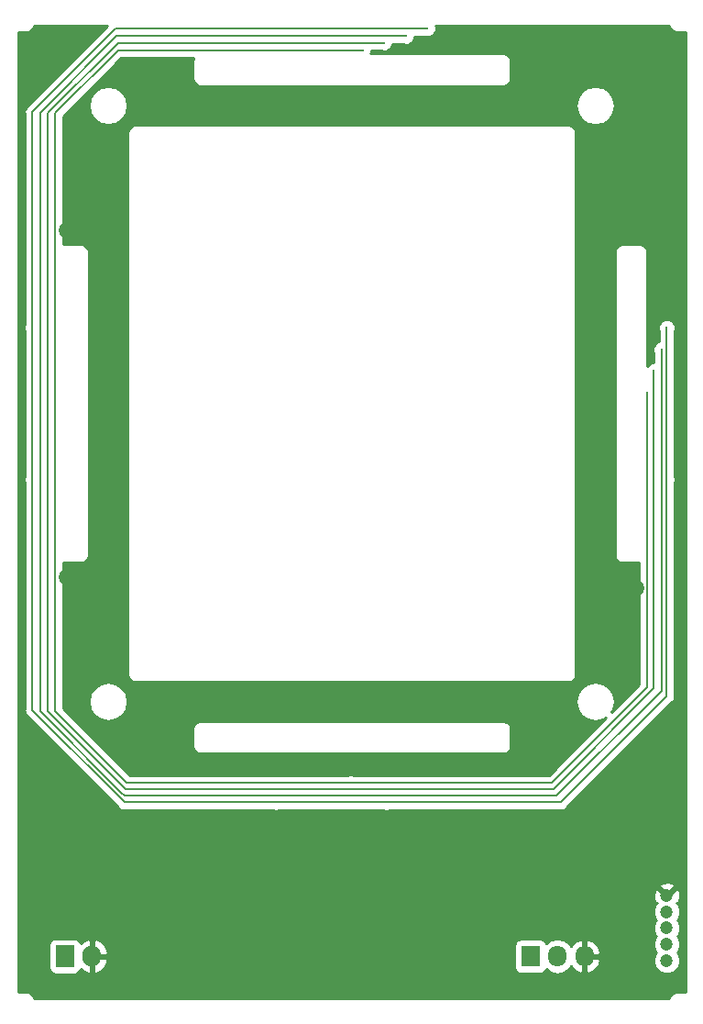
<source format=gbl>
G04 #@! TF.GenerationSoftware,KiCad,Pcbnew,(5.0.0)*
G04 #@! TF.CreationDate,2018-11-23T13:42:35+09:00*
G04 #@! TF.ProjectId,LED_hachune_1,4C45445F68616368756E655F312E6B69,rev?*
G04 #@! TF.SameCoordinates,Original*
G04 #@! TF.FileFunction,Copper,L2,Bot,Signal*
G04 #@! TF.FilePolarity,Positive*
%FSLAX46Y46*%
G04 Gerber Fmt 4.6, Leading zero omitted, Abs format (unit mm)*
G04 Created by KiCad (PCBNEW (5.0.0)) date 11/23/18 13:42:35*
%MOMM*%
%LPD*%
G01*
G04 APERTURE LIST*
G04 #@! TA.AperFunction,ComponentPad*
%ADD10R,1.700000X2.000000*%
G04 #@! TD*
G04 #@! TA.AperFunction,ComponentPad*
%ADD11O,1.700000X2.000000*%
G04 #@! TD*
G04 #@! TA.AperFunction,ComponentPad*
%ADD12R,1.700000X1.950000*%
G04 #@! TD*
G04 #@! TA.AperFunction,ComponentPad*
%ADD13O,1.700000X1.950000*%
G04 #@! TD*
G04 #@! TA.AperFunction,ComponentPad*
%ADD14C,1.200000*%
G04 #@! TD*
G04 #@! TA.AperFunction,ViaPad*
%ADD15C,1.500000*%
G04 #@! TD*
G04 #@! TA.AperFunction,ViaPad*
%ADD16C,0.300000*%
G04 #@! TD*
G04 #@! TA.AperFunction,Conductor*
%ADD17C,0.200000*%
G04 #@! TD*
G04 #@! TA.AperFunction,Conductor*
%ADD18C,0.254000*%
G04 #@! TD*
G04 APERTURE END LIST*
D10*
G04 #@! TO.P,J1,1*
G04 #@! TO.N,+BATT*
X54500000Y-136000000D03*
D11*
G04 #@! TO.P,J1,2*
G04 #@! TO.N,GND*
X57000000Y-136000000D03*
G04 #@! TD*
D12*
G04 #@! TO.P,J2,1*
G04 #@! TO.N,/SCL*
X97500000Y-136000000D03*
D13*
G04 #@! TO.P,J2,2*
G04 #@! TO.N,/SDA*
X100000000Y-136000000D03*
G04 #@! TO.P,J2,3*
G04 #@! TO.N,GND*
X102500000Y-136000000D03*
G04 #@! TD*
D14*
G04 #@! TO.P,J3,1*
G04 #@! TO.N,/TX*
X110100000Y-136400000D03*
G04 #@! TO.P,J3,2*
G04 #@! TO.N,/RX*
X110100000Y-134900000D03*
G04 #@! TO.P,J3,3*
G04 #@! TO.N,/SWCLK*
X110100000Y-133400000D03*
G04 #@! TO.P,J3,4*
G04 #@! TO.N,/SWDIO*
X110100000Y-131900000D03*
G04 #@! TO.P,J3,5*
G04 #@! TO.N,GND*
X110100000Y-130400000D03*
G04 #@! TD*
D15*
G04 #@! TO.N,GND*
X54653200Y-69000000D03*
X54653200Y-101000000D03*
X64500000Y-116000000D03*
X97500000Y-116000000D03*
X107246800Y-102000000D03*
X107500000Y-68000000D03*
X97500000Y-54000000D03*
X64500000Y-54000000D03*
D16*
G04 #@! TO.N,/LED_0*
X84178200Y-121800000D03*
X88000000Y-50400000D03*
X74000000Y-50400000D03*
X51500000Y-78000000D03*
X51500000Y-92000000D03*
X74000000Y-121800000D03*
X110100000Y-78000000D03*
X110100000Y-92000000D03*
G04 #@! TO.N,/LED_1*
X83500000Y-121200000D03*
X86000000Y-51100000D03*
X76000000Y-51100000D03*
X52200000Y-90000000D03*
X52200000Y-80000000D03*
X109600000Y-80000000D03*
X109600000Y-90000000D03*
X76000000Y-121200000D03*
G04 #@! TO.N,/LED_2*
X82120461Y-120579539D03*
X84000000Y-51700000D03*
X78000000Y-51700000D03*
X52900000Y-82000000D03*
X52900000Y-88000000D03*
X108900000Y-88000000D03*
X108900000Y-82000000D03*
X78000000Y-120579539D03*
G04 #@! TO.N,/LED_3*
X80900000Y-120000000D03*
X82000000Y-52400000D03*
X80000000Y-52400000D03*
X53600000Y-86000000D03*
X53600000Y-84000000D03*
X108300000Y-84000000D03*
X108300000Y-86000000D03*
G04 #@! TD*
D17*
G04 #@! TO.N,/LED_0*
X74000000Y-50400000D02*
X88000000Y-50400000D01*
X59200000Y-50400000D02*
X74000000Y-50400000D01*
X51500000Y-58100000D02*
X59200000Y-50400000D01*
X60000000Y-121800000D02*
X51500000Y-113300000D01*
X51500000Y-78000000D02*
X51500000Y-58100000D01*
X51500000Y-113300000D02*
X51500000Y-92000000D01*
X51500000Y-92000000D02*
X51500000Y-78000000D01*
X84178200Y-121800000D02*
X74000000Y-121800000D01*
X74000000Y-121800000D02*
X60000000Y-121800000D01*
X110100000Y-92000000D02*
X110100000Y-78000000D01*
X100300000Y-121800000D02*
X84178200Y-121800000D01*
X110100000Y-92000000D02*
X110100000Y-112000000D01*
X110100000Y-112000000D02*
X100300000Y-121800000D01*
G04 #@! TO.N,/LED_1*
X60100000Y-121200000D02*
X60000000Y-121200000D01*
X60000000Y-121200000D02*
X59676329Y-120876329D01*
X59676329Y-120876329D02*
X52200000Y-113400000D01*
X52200000Y-58200000D02*
X59300000Y-51100000D01*
X59300000Y-51100000D02*
X76000000Y-51100000D01*
X76000000Y-51100000D02*
X86000000Y-51100000D01*
X52200000Y-113400000D02*
X52200000Y-80000000D01*
X52200000Y-80000000D02*
X52200000Y-58200000D01*
X83500000Y-121200000D02*
X99700000Y-121200000D01*
X99700000Y-121200000D02*
X99900000Y-121200000D01*
X99900000Y-121200000D02*
X109600000Y-111500000D01*
X109600000Y-90000000D02*
X109600000Y-80000000D01*
X109600000Y-111500000D02*
X109600000Y-90000000D01*
X83500000Y-121200000D02*
X76000000Y-121200000D01*
X76000000Y-121200000D02*
X60100000Y-121200000D01*
G04 #@! TO.N,/LED_2*
X60079539Y-120579539D02*
X52900000Y-113400000D01*
X52900000Y-58200000D02*
X59400000Y-51700000D01*
X78000000Y-51700000D02*
X84000000Y-51700000D01*
X59400000Y-51700000D02*
X78000000Y-51700000D01*
X52900000Y-82000000D02*
X52900000Y-58200000D01*
X52900000Y-87900000D02*
X52900000Y-88000000D01*
X52900000Y-87900000D02*
X52900000Y-82000000D01*
X52900000Y-113400000D02*
X52900000Y-87900000D01*
X108900000Y-88000000D02*
X108900000Y-82100000D01*
X108900000Y-82100000D02*
X108900000Y-82000000D01*
X108900000Y-111300000D02*
X108900000Y-88000000D01*
X82120461Y-120579539D02*
X99620461Y-120579539D01*
X99620461Y-120579539D02*
X108900000Y-111300000D01*
X82120461Y-120579539D02*
X78000000Y-120579539D01*
X78000000Y-120579539D02*
X60079539Y-120579539D01*
G04 #@! TO.N,/LED_3*
X59400000Y-52400000D02*
X82000000Y-52400000D01*
X53600000Y-58200000D02*
X59400000Y-52400000D01*
X60200000Y-120000000D02*
X53600000Y-113400000D01*
X80900000Y-120000000D02*
X60200000Y-120000000D01*
X53600000Y-113400000D02*
X53600000Y-86000000D01*
X53600000Y-84000000D02*
X53600000Y-58200000D01*
X53600000Y-86000000D02*
X53600000Y-84000000D01*
X80900000Y-120000000D02*
X99500000Y-120000000D01*
X99500000Y-120000000D02*
X108300000Y-111200000D01*
X108300000Y-86000000D02*
X108300000Y-84000000D01*
X108300000Y-111200000D02*
X108300000Y-86000000D01*
G04 #@! TD*
D18*
G04 #@! TO.N,GND*
G36*
X51031463Y-57529091D02*
X50970096Y-57570095D01*
X50929092Y-57631462D01*
X50929091Y-57631463D01*
X50807646Y-57813218D01*
X50750602Y-58100000D01*
X50765001Y-58172389D01*
X50765000Y-77723143D01*
X50715000Y-77843854D01*
X50715000Y-78156146D01*
X50765001Y-78276859D01*
X50765000Y-91723143D01*
X50715000Y-91843854D01*
X50715000Y-92156146D01*
X50765001Y-92276859D01*
X50765000Y-113227616D01*
X50750602Y-113300000D01*
X50765000Y-113372384D01*
X50765000Y-113372387D01*
X50807646Y-113586782D01*
X50970095Y-113829905D01*
X51031465Y-113870911D01*
X59429091Y-122268538D01*
X59470095Y-122329905D01*
X59713217Y-122492354D01*
X59927612Y-122535000D01*
X59927615Y-122535000D01*
X59999999Y-122549398D01*
X60072383Y-122535000D01*
X73723143Y-122535000D01*
X73843854Y-122585000D01*
X74156146Y-122585000D01*
X74276857Y-122535000D01*
X83901343Y-122535000D01*
X84022054Y-122585000D01*
X84334346Y-122585000D01*
X84455057Y-122535000D01*
X100227616Y-122535000D01*
X100300000Y-122549398D01*
X100372384Y-122535000D01*
X100372388Y-122535000D01*
X100586783Y-122492354D01*
X100829905Y-122329905D01*
X100870911Y-122268535D01*
X110568538Y-112570909D01*
X110629905Y-112529905D01*
X110792354Y-112286783D01*
X110835000Y-112072388D01*
X110835000Y-112072384D01*
X110849398Y-112000000D01*
X110835000Y-111927616D01*
X110835000Y-92276857D01*
X110885000Y-92156146D01*
X110885000Y-91843854D01*
X110835000Y-91723143D01*
X110835000Y-78276857D01*
X110885000Y-78156146D01*
X110885000Y-77843854D01*
X110765491Y-77555333D01*
X110544667Y-77334509D01*
X110256146Y-77215000D01*
X109943854Y-77215000D01*
X109655333Y-77334509D01*
X109434509Y-77555333D01*
X109315000Y-77843854D01*
X109315000Y-78156146D01*
X109365001Y-78276859D01*
X109365001Y-79247662D01*
X109155333Y-79334509D01*
X108934509Y-79555333D01*
X108815000Y-79843854D01*
X108815000Y-80156146D01*
X108865001Y-80276859D01*
X108865001Y-81215000D01*
X108743854Y-81215000D01*
X108455333Y-81334509D01*
X108285000Y-81504842D01*
X108285000Y-71067462D01*
X108298419Y-71000000D01*
X108245255Y-70732727D01*
X108093857Y-70506143D01*
X107867273Y-70354745D01*
X107667462Y-70315000D01*
X107667461Y-70315000D01*
X107600000Y-70301581D01*
X107532538Y-70315000D01*
X106067462Y-70315000D01*
X106000000Y-70301581D01*
X105932539Y-70315000D01*
X105932538Y-70315000D01*
X105732727Y-70354745D01*
X105506143Y-70506143D01*
X105354745Y-70732727D01*
X105301581Y-71000000D01*
X105315001Y-71067467D01*
X105315000Y-98932538D01*
X105301581Y-99000000D01*
X105354745Y-99267273D01*
X105506143Y-99493857D01*
X105732727Y-99645255D01*
X106000000Y-99698419D01*
X106067461Y-99685000D01*
X107532539Y-99685000D01*
X107565000Y-99691457D01*
X107565000Y-110895553D01*
X104961793Y-113498761D01*
X105167603Y-113190744D01*
X105305000Y-112500000D01*
X105167603Y-111809256D01*
X104776328Y-111223672D01*
X104190744Y-110832397D01*
X103500000Y-110695000D01*
X102809256Y-110832397D01*
X102223672Y-111223672D01*
X101832397Y-111809256D01*
X101695000Y-112500000D01*
X101832397Y-113190744D01*
X102223672Y-113776328D01*
X102809256Y-114167603D01*
X103500000Y-114305000D01*
X104190744Y-114167603D01*
X104498761Y-113961793D01*
X99195554Y-119265000D01*
X81176857Y-119265000D01*
X81056146Y-119215000D01*
X80743854Y-119215000D01*
X80623143Y-119265000D01*
X60504447Y-119265000D01*
X56239447Y-115000000D01*
X66301581Y-115000000D01*
X66315000Y-115067462D01*
X66315001Y-116532534D01*
X66301581Y-116600000D01*
X66354745Y-116867273D01*
X66506143Y-117093857D01*
X66732727Y-117245255D01*
X66932538Y-117285000D01*
X66932539Y-117285000D01*
X67000000Y-117298419D01*
X67067462Y-117285000D01*
X94932538Y-117285000D01*
X95000000Y-117298419D01*
X95067461Y-117285000D01*
X95067462Y-117285000D01*
X95267273Y-117245255D01*
X95493857Y-117093857D01*
X95645255Y-116867273D01*
X95698419Y-116600000D01*
X95685000Y-116532538D01*
X95685000Y-115067462D01*
X95698419Y-115000000D01*
X95645255Y-114732727D01*
X95493857Y-114506143D01*
X95267273Y-114354745D01*
X95067462Y-114315000D01*
X95000000Y-114301581D01*
X94932539Y-114315000D01*
X67067461Y-114315000D01*
X67000000Y-114301581D01*
X66932538Y-114315000D01*
X66732727Y-114354745D01*
X66506143Y-114506143D01*
X66354745Y-114732727D01*
X66301581Y-115000000D01*
X56239447Y-115000000D01*
X54335000Y-113095554D01*
X54335000Y-112500000D01*
X56695000Y-112500000D01*
X56832397Y-113190744D01*
X57223672Y-113776328D01*
X57809256Y-114167603D01*
X58500000Y-114305000D01*
X59190744Y-114167603D01*
X59776328Y-113776328D01*
X60167603Y-113190744D01*
X60305000Y-112500000D01*
X60167603Y-111809256D01*
X59776328Y-111223672D01*
X59190744Y-110832397D01*
X58500000Y-110695000D01*
X57809256Y-110832397D01*
X57223672Y-111223672D01*
X56832397Y-111809256D01*
X56695000Y-112500000D01*
X54335000Y-112500000D01*
X54335000Y-99685490D01*
X54400000Y-99698419D01*
X54467462Y-99685000D01*
X55932538Y-99685000D01*
X56000000Y-99698419D01*
X56067461Y-99685000D01*
X56067462Y-99685000D01*
X56267273Y-99645255D01*
X56493857Y-99493857D01*
X56645255Y-99267273D01*
X56698419Y-99000000D01*
X56685000Y-98932538D01*
X56685000Y-71067462D01*
X56698419Y-71000000D01*
X56645255Y-70732727D01*
X56493857Y-70506143D01*
X56267273Y-70354745D01*
X56067462Y-70315000D01*
X56000000Y-70301581D01*
X55932539Y-70315000D01*
X54467461Y-70315000D01*
X54400000Y-70301581D01*
X54335000Y-70314510D01*
X54335000Y-59999999D01*
X60301581Y-59999999D01*
X60315000Y-60067461D01*
X60315001Y-109932533D01*
X60301581Y-110000000D01*
X60354745Y-110267273D01*
X60506143Y-110493857D01*
X60732727Y-110645255D01*
X60932538Y-110685000D01*
X60932539Y-110685000D01*
X61000000Y-110698419D01*
X61067462Y-110685000D01*
X100932538Y-110685000D01*
X101000000Y-110698419D01*
X101067461Y-110685000D01*
X101067462Y-110685000D01*
X101267273Y-110645255D01*
X101493857Y-110493857D01*
X101645255Y-110267273D01*
X101698419Y-110000000D01*
X101685000Y-109932538D01*
X101685000Y-60067461D01*
X101698419Y-59999999D01*
X101645255Y-59732726D01*
X101493857Y-59506142D01*
X101267273Y-59354744D01*
X101067462Y-59314999D01*
X101000000Y-59301580D01*
X100932539Y-59314999D01*
X61067461Y-59314999D01*
X61000000Y-59301580D01*
X60932538Y-59314999D01*
X60732727Y-59354744D01*
X60506143Y-59506142D01*
X60354745Y-59732726D01*
X60301581Y-59999999D01*
X54335000Y-59999999D01*
X54335000Y-58504446D01*
X55339447Y-57499999D01*
X56695000Y-57499999D01*
X56832397Y-58190743D01*
X57223672Y-58776327D01*
X57809256Y-59167602D01*
X58500000Y-59304999D01*
X59190744Y-59167602D01*
X59776328Y-58776327D01*
X60167603Y-58190743D01*
X60305000Y-57499999D01*
X101695000Y-57499999D01*
X101832397Y-58190743D01*
X102223672Y-58776327D01*
X102809256Y-59167602D01*
X103500000Y-59304999D01*
X104190744Y-59167602D01*
X104776328Y-58776327D01*
X105167603Y-58190743D01*
X105305000Y-57499999D01*
X105167603Y-56809255D01*
X104776328Y-56223671D01*
X104190744Y-55832396D01*
X103500000Y-55694999D01*
X102809256Y-55832396D01*
X102223672Y-56223671D01*
X101832397Y-56809255D01*
X101695000Y-57499999D01*
X60305000Y-57499999D01*
X60167603Y-56809255D01*
X59776328Y-56223671D01*
X59190744Y-55832396D01*
X58500000Y-55694999D01*
X57809256Y-55832396D01*
X57223672Y-56223671D01*
X56832397Y-56809255D01*
X56695000Y-57499999D01*
X55339447Y-57499999D01*
X59704447Y-53135000D01*
X66354293Y-53135000D01*
X66301581Y-53400000D01*
X66315000Y-53467462D01*
X66315001Y-54932534D01*
X66301581Y-55000000D01*
X66354745Y-55267273D01*
X66506143Y-55493857D01*
X66732727Y-55645255D01*
X66932538Y-55685000D01*
X66932539Y-55685000D01*
X67000000Y-55698419D01*
X67067462Y-55685000D01*
X94932538Y-55685000D01*
X95000000Y-55698419D01*
X95067461Y-55685000D01*
X95067462Y-55685000D01*
X95267273Y-55645255D01*
X95493857Y-55493857D01*
X95645255Y-55267273D01*
X95698419Y-55000000D01*
X95685000Y-54932538D01*
X95685000Y-53467462D01*
X95698419Y-53400000D01*
X95645255Y-53132727D01*
X95493857Y-52906143D01*
X95267273Y-52754745D01*
X95067462Y-52715000D01*
X95000000Y-52701581D01*
X94932539Y-52715000D01*
X82719201Y-52715000D01*
X82785000Y-52556146D01*
X82785000Y-52435000D01*
X83723143Y-52435000D01*
X83843854Y-52485000D01*
X84156146Y-52485000D01*
X84444667Y-52365491D01*
X84665491Y-52144667D01*
X84785000Y-51856146D01*
X84785000Y-51835000D01*
X85723143Y-51835000D01*
X85843854Y-51885000D01*
X86156146Y-51885000D01*
X86444667Y-51765491D01*
X86665491Y-51544667D01*
X86785000Y-51256146D01*
X86785000Y-51135000D01*
X87723143Y-51135000D01*
X87843854Y-51185000D01*
X88156146Y-51185000D01*
X88444667Y-51065491D01*
X88665491Y-50844667D01*
X88785000Y-50556146D01*
X88785000Y-50243854D01*
X88736598Y-50127000D01*
X110326843Y-50127000D01*
X110354745Y-50267273D01*
X110506143Y-50493857D01*
X110732727Y-50645255D01*
X111000000Y-50698419D01*
X111067461Y-50685000D01*
X111815001Y-50685000D01*
X111815000Y-139315000D01*
X111067462Y-139315000D01*
X111000000Y-139301581D01*
X110932539Y-139315000D01*
X110932538Y-139315000D01*
X110732727Y-139354745D01*
X110506143Y-139506143D01*
X110354745Y-139732727D01*
X110326843Y-139873000D01*
X51673157Y-139873000D01*
X51645255Y-139732727D01*
X51493857Y-139506143D01*
X51267273Y-139354745D01*
X51067462Y-139315000D01*
X51067461Y-139315000D01*
X51000000Y-139301581D01*
X50932538Y-139315000D01*
X50185000Y-139315000D01*
X50185000Y-135000000D01*
X53002560Y-135000000D01*
X53002560Y-137000000D01*
X53051843Y-137247765D01*
X53192191Y-137457809D01*
X53402235Y-137598157D01*
X53650000Y-137647440D01*
X55350000Y-137647440D01*
X55597765Y-137598157D01*
X55807809Y-137457809D01*
X55948157Y-137247765D01*
X55962388Y-137176218D01*
X56107955Y-137338664D01*
X56630740Y-137589553D01*
X56643110Y-137591476D01*
X56873000Y-137470155D01*
X56873000Y-136127000D01*
X57127000Y-136127000D01*
X57127000Y-137470155D01*
X57356890Y-137591476D01*
X57369260Y-137589553D01*
X57892045Y-137338664D01*
X58279024Y-136906812D01*
X58471284Y-136359742D01*
X58327231Y-136127000D01*
X57127000Y-136127000D01*
X56873000Y-136127000D01*
X56853000Y-136127000D01*
X56853000Y-135873000D01*
X56873000Y-135873000D01*
X56873000Y-134529845D01*
X57127000Y-134529845D01*
X57127000Y-135873000D01*
X58327231Y-135873000D01*
X58471284Y-135640258D01*
X58279024Y-135093188D01*
X58217922Y-135025000D01*
X96002560Y-135025000D01*
X96002560Y-136975000D01*
X96051843Y-137222765D01*
X96192191Y-137432809D01*
X96402235Y-137573157D01*
X96650000Y-137622440D01*
X98350000Y-137622440D01*
X98597765Y-137573157D01*
X98807809Y-137432809D01*
X98948157Y-137222765D01*
X98950719Y-137209886D01*
X99420583Y-137523839D01*
X100000000Y-137639092D01*
X100579418Y-137523839D01*
X101070625Y-137195625D01*
X101253246Y-136922313D01*
X101628807Y-137327497D01*
X102143110Y-137566476D01*
X102373000Y-137445155D01*
X102373000Y-136127000D01*
X102627000Y-136127000D01*
X102627000Y-137445155D01*
X102856890Y-137566476D01*
X103371193Y-137327497D01*
X103765053Y-136902571D01*
X103966320Y-136359267D01*
X103826165Y-136127000D01*
X102627000Y-136127000D01*
X102373000Y-136127000D01*
X102353000Y-136127000D01*
X102353000Y-135873000D01*
X102373000Y-135873000D01*
X102373000Y-134554845D01*
X102627000Y-134554845D01*
X102627000Y-135873000D01*
X103826165Y-135873000D01*
X103966320Y-135640733D01*
X103765053Y-135097429D01*
X103371193Y-134672503D01*
X102856890Y-134433524D01*
X102627000Y-134554845D01*
X102373000Y-134554845D01*
X102143110Y-134433524D01*
X101628807Y-134672503D01*
X101253246Y-135077687D01*
X101070625Y-134804375D01*
X100579417Y-134476161D01*
X100000000Y-134360908D01*
X99420582Y-134476161D01*
X98950719Y-134790114D01*
X98948157Y-134777235D01*
X98807809Y-134567191D01*
X98597765Y-134426843D01*
X98350000Y-134377560D01*
X96650000Y-134377560D01*
X96402235Y-134426843D01*
X96192191Y-134567191D01*
X96051843Y-134777235D01*
X96002560Y-135025000D01*
X58217922Y-135025000D01*
X57892045Y-134661336D01*
X57369260Y-134410447D01*
X57356890Y-134408524D01*
X57127000Y-134529845D01*
X56873000Y-134529845D01*
X56643110Y-134408524D01*
X56630740Y-134410447D01*
X56107955Y-134661336D01*
X55962388Y-134823782D01*
X55948157Y-134752235D01*
X55807809Y-134542191D01*
X55597765Y-134401843D01*
X55350000Y-134352560D01*
X53650000Y-134352560D01*
X53402235Y-134401843D01*
X53192191Y-134542191D01*
X53051843Y-134752235D01*
X53002560Y-135000000D01*
X50185000Y-135000000D01*
X50185000Y-130231036D01*
X108852193Y-130231036D01*
X108882518Y-130721413D01*
X109011836Y-131033617D01*
X109182373Y-131071074D01*
X109053018Y-131200429D01*
X108865000Y-131654343D01*
X108865000Y-132145657D01*
X109053018Y-132599571D01*
X109103447Y-132650000D01*
X109053018Y-132700429D01*
X108865000Y-133154343D01*
X108865000Y-133645657D01*
X109053018Y-134099571D01*
X109103447Y-134150000D01*
X109053018Y-134200429D01*
X108865000Y-134654343D01*
X108865000Y-135145657D01*
X109053018Y-135599571D01*
X109103447Y-135650000D01*
X109053018Y-135700429D01*
X108865000Y-136154343D01*
X108865000Y-136645657D01*
X109053018Y-137099571D01*
X109400429Y-137446982D01*
X109854343Y-137635000D01*
X110345657Y-137635000D01*
X110799571Y-137446982D01*
X111146982Y-137099571D01*
X111335000Y-136645657D01*
X111335000Y-136154343D01*
X111146982Y-135700429D01*
X111096553Y-135650000D01*
X111146982Y-135599571D01*
X111335000Y-135145657D01*
X111335000Y-134654343D01*
X111146982Y-134200429D01*
X111096553Y-134150000D01*
X111146982Y-134099571D01*
X111335000Y-133645657D01*
X111335000Y-133154343D01*
X111146982Y-132700429D01*
X111096553Y-132650000D01*
X111146982Y-132599571D01*
X111335000Y-132145657D01*
X111335000Y-131654343D01*
X111146982Y-131200429D01*
X111017627Y-131071074D01*
X111188164Y-131033617D01*
X111347807Y-130568964D01*
X111317482Y-130078587D01*
X111188164Y-129766383D01*
X110962735Y-129716870D01*
X110279605Y-130400000D01*
X110293748Y-130414143D01*
X110114143Y-130593748D01*
X110100000Y-130579605D01*
X110085858Y-130593748D01*
X109906253Y-130414143D01*
X109920395Y-130400000D01*
X109237265Y-129716870D01*
X109011836Y-129766383D01*
X108852193Y-130231036D01*
X50185000Y-130231036D01*
X50185000Y-129537265D01*
X109416870Y-129537265D01*
X110100000Y-130220395D01*
X110783130Y-129537265D01*
X110733617Y-129311836D01*
X110268964Y-129152193D01*
X109778587Y-129182518D01*
X109466383Y-129311836D01*
X109416870Y-129537265D01*
X50185000Y-129537265D01*
X50185000Y-50685000D01*
X50932538Y-50685000D01*
X51000000Y-50698419D01*
X51067461Y-50685000D01*
X51067462Y-50685000D01*
X51267273Y-50645255D01*
X51493857Y-50493857D01*
X51645255Y-50267273D01*
X51673157Y-50127000D01*
X58433553Y-50127000D01*
X51031463Y-57529091D01*
X51031463Y-57529091D01*
G37*
X51031463Y-57529091D02*
X50970096Y-57570095D01*
X50929092Y-57631462D01*
X50929091Y-57631463D01*
X50807646Y-57813218D01*
X50750602Y-58100000D01*
X50765001Y-58172389D01*
X50765000Y-77723143D01*
X50715000Y-77843854D01*
X50715000Y-78156146D01*
X50765001Y-78276859D01*
X50765000Y-91723143D01*
X50715000Y-91843854D01*
X50715000Y-92156146D01*
X50765001Y-92276859D01*
X50765000Y-113227616D01*
X50750602Y-113300000D01*
X50765000Y-113372384D01*
X50765000Y-113372387D01*
X50807646Y-113586782D01*
X50970095Y-113829905D01*
X51031465Y-113870911D01*
X59429091Y-122268538D01*
X59470095Y-122329905D01*
X59713217Y-122492354D01*
X59927612Y-122535000D01*
X59927615Y-122535000D01*
X59999999Y-122549398D01*
X60072383Y-122535000D01*
X73723143Y-122535000D01*
X73843854Y-122585000D01*
X74156146Y-122585000D01*
X74276857Y-122535000D01*
X83901343Y-122535000D01*
X84022054Y-122585000D01*
X84334346Y-122585000D01*
X84455057Y-122535000D01*
X100227616Y-122535000D01*
X100300000Y-122549398D01*
X100372384Y-122535000D01*
X100372388Y-122535000D01*
X100586783Y-122492354D01*
X100829905Y-122329905D01*
X100870911Y-122268535D01*
X110568538Y-112570909D01*
X110629905Y-112529905D01*
X110792354Y-112286783D01*
X110835000Y-112072388D01*
X110835000Y-112072384D01*
X110849398Y-112000000D01*
X110835000Y-111927616D01*
X110835000Y-92276857D01*
X110885000Y-92156146D01*
X110885000Y-91843854D01*
X110835000Y-91723143D01*
X110835000Y-78276857D01*
X110885000Y-78156146D01*
X110885000Y-77843854D01*
X110765491Y-77555333D01*
X110544667Y-77334509D01*
X110256146Y-77215000D01*
X109943854Y-77215000D01*
X109655333Y-77334509D01*
X109434509Y-77555333D01*
X109315000Y-77843854D01*
X109315000Y-78156146D01*
X109365001Y-78276859D01*
X109365001Y-79247662D01*
X109155333Y-79334509D01*
X108934509Y-79555333D01*
X108815000Y-79843854D01*
X108815000Y-80156146D01*
X108865001Y-80276859D01*
X108865001Y-81215000D01*
X108743854Y-81215000D01*
X108455333Y-81334509D01*
X108285000Y-81504842D01*
X108285000Y-71067462D01*
X108298419Y-71000000D01*
X108245255Y-70732727D01*
X108093857Y-70506143D01*
X107867273Y-70354745D01*
X107667462Y-70315000D01*
X107667461Y-70315000D01*
X107600000Y-70301581D01*
X107532538Y-70315000D01*
X106067462Y-70315000D01*
X106000000Y-70301581D01*
X105932539Y-70315000D01*
X105932538Y-70315000D01*
X105732727Y-70354745D01*
X105506143Y-70506143D01*
X105354745Y-70732727D01*
X105301581Y-71000000D01*
X105315001Y-71067467D01*
X105315000Y-98932538D01*
X105301581Y-99000000D01*
X105354745Y-99267273D01*
X105506143Y-99493857D01*
X105732727Y-99645255D01*
X106000000Y-99698419D01*
X106067461Y-99685000D01*
X107532539Y-99685000D01*
X107565000Y-99691457D01*
X107565000Y-110895553D01*
X104961793Y-113498761D01*
X105167603Y-113190744D01*
X105305000Y-112500000D01*
X105167603Y-111809256D01*
X104776328Y-111223672D01*
X104190744Y-110832397D01*
X103500000Y-110695000D01*
X102809256Y-110832397D01*
X102223672Y-111223672D01*
X101832397Y-111809256D01*
X101695000Y-112500000D01*
X101832397Y-113190744D01*
X102223672Y-113776328D01*
X102809256Y-114167603D01*
X103500000Y-114305000D01*
X104190744Y-114167603D01*
X104498761Y-113961793D01*
X99195554Y-119265000D01*
X81176857Y-119265000D01*
X81056146Y-119215000D01*
X80743854Y-119215000D01*
X80623143Y-119265000D01*
X60504447Y-119265000D01*
X56239447Y-115000000D01*
X66301581Y-115000000D01*
X66315000Y-115067462D01*
X66315001Y-116532534D01*
X66301581Y-116600000D01*
X66354745Y-116867273D01*
X66506143Y-117093857D01*
X66732727Y-117245255D01*
X66932538Y-117285000D01*
X66932539Y-117285000D01*
X67000000Y-117298419D01*
X67067462Y-117285000D01*
X94932538Y-117285000D01*
X95000000Y-117298419D01*
X95067461Y-117285000D01*
X95067462Y-117285000D01*
X95267273Y-117245255D01*
X95493857Y-117093857D01*
X95645255Y-116867273D01*
X95698419Y-116600000D01*
X95685000Y-116532538D01*
X95685000Y-115067462D01*
X95698419Y-115000000D01*
X95645255Y-114732727D01*
X95493857Y-114506143D01*
X95267273Y-114354745D01*
X95067462Y-114315000D01*
X95000000Y-114301581D01*
X94932539Y-114315000D01*
X67067461Y-114315000D01*
X67000000Y-114301581D01*
X66932538Y-114315000D01*
X66732727Y-114354745D01*
X66506143Y-114506143D01*
X66354745Y-114732727D01*
X66301581Y-115000000D01*
X56239447Y-115000000D01*
X54335000Y-113095554D01*
X54335000Y-112500000D01*
X56695000Y-112500000D01*
X56832397Y-113190744D01*
X57223672Y-113776328D01*
X57809256Y-114167603D01*
X58500000Y-114305000D01*
X59190744Y-114167603D01*
X59776328Y-113776328D01*
X60167603Y-113190744D01*
X60305000Y-112500000D01*
X60167603Y-111809256D01*
X59776328Y-111223672D01*
X59190744Y-110832397D01*
X58500000Y-110695000D01*
X57809256Y-110832397D01*
X57223672Y-111223672D01*
X56832397Y-111809256D01*
X56695000Y-112500000D01*
X54335000Y-112500000D01*
X54335000Y-99685490D01*
X54400000Y-99698419D01*
X54467462Y-99685000D01*
X55932538Y-99685000D01*
X56000000Y-99698419D01*
X56067461Y-99685000D01*
X56067462Y-99685000D01*
X56267273Y-99645255D01*
X56493857Y-99493857D01*
X56645255Y-99267273D01*
X56698419Y-99000000D01*
X56685000Y-98932538D01*
X56685000Y-71067462D01*
X56698419Y-71000000D01*
X56645255Y-70732727D01*
X56493857Y-70506143D01*
X56267273Y-70354745D01*
X56067462Y-70315000D01*
X56000000Y-70301581D01*
X55932539Y-70315000D01*
X54467461Y-70315000D01*
X54400000Y-70301581D01*
X54335000Y-70314510D01*
X54335000Y-59999999D01*
X60301581Y-59999999D01*
X60315000Y-60067461D01*
X60315001Y-109932533D01*
X60301581Y-110000000D01*
X60354745Y-110267273D01*
X60506143Y-110493857D01*
X60732727Y-110645255D01*
X60932538Y-110685000D01*
X60932539Y-110685000D01*
X61000000Y-110698419D01*
X61067462Y-110685000D01*
X100932538Y-110685000D01*
X101000000Y-110698419D01*
X101067461Y-110685000D01*
X101067462Y-110685000D01*
X101267273Y-110645255D01*
X101493857Y-110493857D01*
X101645255Y-110267273D01*
X101698419Y-110000000D01*
X101685000Y-109932538D01*
X101685000Y-60067461D01*
X101698419Y-59999999D01*
X101645255Y-59732726D01*
X101493857Y-59506142D01*
X101267273Y-59354744D01*
X101067462Y-59314999D01*
X101000000Y-59301580D01*
X100932539Y-59314999D01*
X61067461Y-59314999D01*
X61000000Y-59301580D01*
X60932538Y-59314999D01*
X60732727Y-59354744D01*
X60506143Y-59506142D01*
X60354745Y-59732726D01*
X60301581Y-59999999D01*
X54335000Y-59999999D01*
X54335000Y-58504446D01*
X55339447Y-57499999D01*
X56695000Y-57499999D01*
X56832397Y-58190743D01*
X57223672Y-58776327D01*
X57809256Y-59167602D01*
X58500000Y-59304999D01*
X59190744Y-59167602D01*
X59776328Y-58776327D01*
X60167603Y-58190743D01*
X60305000Y-57499999D01*
X101695000Y-57499999D01*
X101832397Y-58190743D01*
X102223672Y-58776327D01*
X102809256Y-59167602D01*
X103500000Y-59304999D01*
X104190744Y-59167602D01*
X104776328Y-58776327D01*
X105167603Y-58190743D01*
X105305000Y-57499999D01*
X105167603Y-56809255D01*
X104776328Y-56223671D01*
X104190744Y-55832396D01*
X103500000Y-55694999D01*
X102809256Y-55832396D01*
X102223672Y-56223671D01*
X101832397Y-56809255D01*
X101695000Y-57499999D01*
X60305000Y-57499999D01*
X60167603Y-56809255D01*
X59776328Y-56223671D01*
X59190744Y-55832396D01*
X58500000Y-55694999D01*
X57809256Y-55832396D01*
X57223672Y-56223671D01*
X56832397Y-56809255D01*
X56695000Y-57499999D01*
X55339447Y-57499999D01*
X59704447Y-53135000D01*
X66354293Y-53135000D01*
X66301581Y-53400000D01*
X66315000Y-53467462D01*
X66315001Y-54932534D01*
X66301581Y-55000000D01*
X66354745Y-55267273D01*
X66506143Y-55493857D01*
X66732727Y-55645255D01*
X66932538Y-55685000D01*
X66932539Y-55685000D01*
X67000000Y-55698419D01*
X67067462Y-55685000D01*
X94932538Y-55685000D01*
X95000000Y-55698419D01*
X95067461Y-55685000D01*
X95067462Y-55685000D01*
X95267273Y-55645255D01*
X95493857Y-55493857D01*
X95645255Y-55267273D01*
X95698419Y-55000000D01*
X95685000Y-54932538D01*
X95685000Y-53467462D01*
X95698419Y-53400000D01*
X95645255Y-53132727D01*
X95493857Y-52906143D01*
X95267273Y-52754745D01*
X95067462Y-52715000D01*
X95000000Y-52701581D01*
X94932539Y-52715000D01*
X82719201Y-52715000D01*
X82785000Y-52556146D01*
X82785000Y-52435000D01*
X83723143Y-52435000D01*
X83843854Y-52485000D01*
X84156146Y-52485000D01*
X84444667Y-52365491D01*
X84665491Y-52144667D01*
X84785000Y-51856146D01*
X84785000Y-51835000D01*
X85723143Y-51835000D01*
X85843854Y-51885000D01*
X86156146Y-51885000D01*
X86444667Y-51765491D01*
X86665491Y-51544667D01*
X86785000Y-51256146D01*
X86785000Y-51135000D01*
X87723143Y-51135000D01*
X87843854Y-51185000D01*
X88156146Y-51185000D01*
X88444667Y-51065491D01*
X88665491Y-50844667D01*
X88785000Y-50556146D01*
X88785000Y-50243854D01*
X88736598Y-50127000D01*
X110326843Y-50127000D01*
X110354745Y-50267273D01*
X110506143Y-50493857D01*
X110732727Y-50645255D01*
X111000000Y-50698419D01*
X111067461Y-50685000D01*
X111815001Y-50685000D01*
X111815000Y-139315000D01*
X111067462Y-139315000D01*
X111000000Y-139301581D01*
X110932539Y-139315000D01*
X110932538Y-139315000D01*
X110732727Y-139354745D01*
X110506143Y-139506143D01*
X110354745Y-139732727D01*
X110326843Y-139873000D01*
X51673157Y-139873000D01*
X51645255Y-139732727D01*
X51493857Y-139506143D01*
X51267273Y-139354745D01*
X51067462Y-139315000D01*
X51067461Y-139315000D01*
X51000000Y-139301581D01*
X50932538Y-139315000D01*
X50185000Y-139315000D01*
X50185000Y-135000000D01*
X53002560Y-135000000D01*
X53002560Y-137000000D01*
X53051843Y-137247765D01*
X53192191Y-137457809D01*
X53402235Y-137598157D01*
X53650000Y-137647440D01*
X55350000Y-137647440D01*
X55597765Y-137598157D01*
X55807809Y-137457809D01*
X55948157Y-137247765D01*
X55962388Y-137176218D01*
X56107955Y-137338664D01*
X56630740Y-137589553D01*
X56643110Y-137591476D01*
X56873000Y-137470155D01*
X56873000Y-136127000D01*
X57127000Y-136127000D01*
X57127000Y-137470155D01*
X57356890Y-137591476D01*
X57369260Y-137589553D01*
X57892045Y-137338664D01*
X58279024Y-136906812D01*
X58471284Y-136359742D01*
X58327231Y-136127000D01*
X57127000Y-136127000D01*
X56873000Y-136127000D01*
X56853000Y-136127000D01*
X56853000Y-135873000D01*
X56873000Y-135873000D01*
X56873000Y-134529845D01*
X57127000Y-134529845D01*
X57127000Y-135873000D01*
X58327231Y-135873000D01*
X58471284Y-135640258D01*
X58279024Y-135093188D01*
X58217922Y-135025000D01*
X96002560Y-135025000D01*
X96002560Y-136975000D01*
X96051843Y-137222765D01*
X96192191Y-137432809D01*
X96402235Y-137573157D01*
X96650000Y-137622440D01*
X98350000Y-137622440D01*
X98597765Y-137573157D01*
X98807809Y-137432809D01*
X98948157Y-137222765D01*
X98950719Y-137209886D01*
X99420583Y-137523839D01*
X100000000Y-137639092D01*
X100579418Y-137523839D01*
X101070625Y-137195625D01*
X101253246Y-136922313D01*
X101628807Y-137327497D01*
X102143110Y-137566476D01*
X102373000Y-137445155D01*
X102373000Y-136127000D01*
X102627000Y-136127000D01*
X102627000Y-137445155D01*
X102856890Y-137566476D01*
X103371193Y-137327497D01*
X103765053Y-136902571D01*
X103966320Y-136359267D01*
X103826165Y-136127000D01*
X102627000Y-136127000D01*
X102373000Y-136127000D01*
X102353000Y-136127000D01*
X102353000Y-135873000D01*
X102373000Y-135873000D01*
X102373000Y-134554845D01*
X102627000Y-134554845D01*
X102627000Y-135873000D01*
X103826165Y-135873000D01*
X103966320Y-135640733D01*
X103765053Y-135097429D01*
X103371193Y-134672503D01*
X102856890Y-134433524D01*
X102627000Y-134554845D01*
X102373000Y-134554845D01*
X102143110Y-134433524D01*
X101628807Y-134672503D01*
X101253246Y-135077687D01*
X101070625Y-134804375D01*
X100579417Y-134476161D01*
X100000000Y-134360908D01*
X99420582Y-134476161D01*
X98950719Y-134790114D01*
X98948157Y-134777235D01*
X98807809Y-134567191D01*
X98597765Y-134426843D01*
X98350000Y-134377560D01*
X96650000Y-134377560D01*
X96402235Y-134426843D01*
X96192191Y-134567191D01*
X96051843Y-134777235D01*
X96002560Y-135025000D01*
X58217922Y-135025000D01*
X57892045Y-134661336D01*
X57369260Y-134410447D01*
X57356890Y-134408524D01*
X57127000Y-134529845D01*
X56873000Y-134529845D01*
X56643110Y-134408524D01*
X56630740Y-134410447D01*
X56107955Y-134661336D01*
X55962388Y-134823782D01*
X55948157Y-134752235D01*
X55807809Y-134542191D01*
X55597765Y-134401843D01*
X55350000Y-134352560D01*
X53650000Y-134352560D01*
X53402235Y-134401843D01*
X53192191Y-134542191D01*
X53051843Y-134752235D01*
X53002560Y-135000000D01*
X50185000Y-135000000D01*
X50185000Y-130231036D01*
X108852193Y-130231036D01*
X108882518Y-130721413D01*
X109011836Y-131033617D01*
X109182373Y-131071074D01*
X109053018Y-131200429D01*
X108865000Y-131654343D01*
X108865000Y-132145657D01*
X109053018Y-132599571D01*
X109103447Y-132650000D01*
X109053018Y-132700429D01*
X108865000Y-133154343D01*
X108865000Y-133645657D01*
X109053018Y-134099571D01*
X109103447Y-134150000D01*
X109053018Y-134200429D01*
X108865000Y-134654343D01*
X108865000Y-135145657D01*
X109053018Y-135599571D01*
X109103447Y-135650000D01*
X109053018Y-135700429D01*
X108865000Y-136154343D01*
X108865000Y-136645657D01*
X109053018Y-137099571D01*
X109400429Y-137446982D01*
X109854343Y-137635000D01*
X110345657Y-137635000D01*
X110799571Y-137446982D01*
X111146982Y-137099571D01*
X111335000Y-136645657D01*
X111335000Y-136154343D01*
X111146982Y-135700429D01*
X111096553Y-135650000D01*
X111146982Y-135599571D01*
X111335000Y-135145657D01*
X111335000Y-134654343D01*
X111146982Y-134200429D01*
X111096553Y-134150000D01*
X111146982Y-134099571D01*
X111335000Y-133645657D01*
X111335000Y-133154343D01*
X111146982Y-132700429D01*
X111096553Y-132650000D01*
X111146982Y-132599571D01*
X111335000Y-132145657D01*
X111335000Y-131654343D01*
X111146982Y-131200429D01*
X111017627Y-131071074D01*
X111188164Y-131033617D01*
X111347807Y-130568964D01*
X111317482Y-130078587D01*
X111188164Y-129766383D01*
X110962735Y-129716870D01*
X110279605Y-130400000D01*
X110293748Y-130414143D01*
X110114143Y-130593748D01*
X110100000Y-130579605D01*
X110085858Y-130593748D01*
X109906253Y-130414143D01*
X109920395Y-130400000D01*
X109237265Y-129716870D01*
X109011836Y-129766383D01*
X108852193Y-130231036D01*
X50185000Y-130231036D01*
X50185000Y-129537265D01*
X109416870Y-129537265D01*
X110100000Y-130220395D01*
X110783130Y-129537265D01*
X110733617Y-129311836D01*
X110268964Y-129152193D01*
X109778587Y-129182518D01*
X109466383Y-129311836D01*
X109416870Y-129537265D01*
X50185000Y-129537265D01*
X50185000Y-50685000D01*
X50932538Y-50685000D01*
X51000000Y-50698419D01*
X51067461Y-50685000D01*
X51067462Y-50685000D01*
X51267273Y-50645255D01*
X51493857Y-50493857D01*
X51645255Y-50267273D01*
X51673157Y-50127000D01*
X58433553Y-50127000D01*
X51031463Y-57529091D01*
G04 #@! TD*
M02*

</source>
